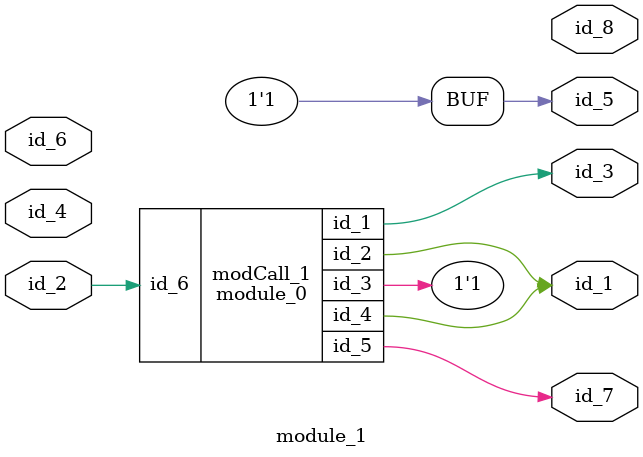
<source format=v>
module module_0 (
    id_1,
    id_2,
    id_3,
    id_4,
    id_5,
    id_6
);
  input wire id_6;
  output wire id_5;
  output wire id_4;
  output wire id_3;
  output wire id_2;
  output wire id_1;
endmodule
module module_1 (
    id_1,
    id_2,
    id_3,
    id_4,
    id_5,
    id_6,
    id_7,
    id_8
);
  output wire id_8;
  output wire id_7;
  input wire id_6;
  output wire id_5;
  inout wire id_4;
  output wire id_3;
  inout wire id_2;
  output wire id_1;
  module_0 modCall_1 (
      id_3,
      id_1,
      id_5,
      id_1,
      id_7,
      id_2
  );
  wire id_9;
  wire id_10;
  assign id_5 = 1;
endmodule

</source>
